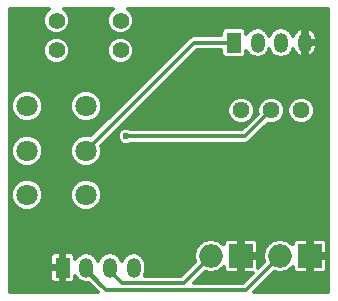
<source format=gbl>
G04 #@! TF.FileFunction,Copper,L2,Bot,Signal*
%FSLAX46Y46*%
G04 Gerber Fmt 4.6, Leading zero omitted, Abs format (unit mm)*
G04 Created by KiCad (PCBNEW 4.0.4-1.fc24-product) date Thu Mar  1 09:37:53 2018*
%MOMM*%
%LPD*%
G01*
G04 APERTURE LIST*
%ADD10C,0.100000*%
%ADD11C,1.400000*%
%ADD12R,1.200000X1.700000*%
%ADD13O,1.200000X1.700000*%
%ADD14C,1.800000*%
%ADD15C,1.440000*%
%ADD16O,1.998980X1.998980*%
%ADD17R,1.998980X1.998980*%
%ADD18C,0.600000*%
%ADD19C,0.300000*%
G04 APERTURE END LIST*
D10*
D11*
X137500000Y-80500000D03*
X137500000Y-83000000D03*
X142900000Y-80500000D03*
X142900000Y-83000000D03*
D12*
X138000000Y-101400000D03*
D13*
X140000000Y-101400000D03*
X142000000Y-101400000D03*
X144000000Y-101400000D03*
D14*
X135000000Y-87750000D03*
X135000000Y-91500000D03*
X135000000Y-95250000D03*
X140000000Y-87750000D03*
X140000000Y-91500000D03*
X140000000Y-95250000D03*
D15*
X158200000Y-88100000D03*
X155660000Y-88100000D03*
X153120000Y-88100000D03*
D16*
X150560000Y-100400000D03*
D17*
X153100000Y-100400000D03*
D16*
X156400000Y-100400000D03*
D17*
X158940000Y-100400000D03*
D12*
X152500000Y-82350000D03*
D13*
X154500000Y-82350000D03*
X156500000Y-82350000D03*
X158500000Y-82350000D03*
D18*
X136000000Y-80800000D03*
X146580338Y-86080338D03*
X142963596Y-91736404D03*
X152000000Y-96100000D03*
X143400000Y-90300000D03*
D19*
X158940000Y-100560000D02*
X158940000Y-100400000D01*
X153100000Y-100500000D02*
X153100000Y-100400000D01*
X141050010Y-102700010D02*
X140000000Y-101400000D01*
X153499979Y-103300021D02*
X155400511Y-101399489D01*
X140000000Y-101400000D02*
X140000000Y-101650000D01*
X140000000Y-101650000D02*
X141050010Y-102700010D01*
X140000000Y-101650000D02*
X141650021Y-103300021D01*
X141650021Y-103300021D02*
X153499979Y-103300021D01*
X155400511Y-101399489D02*
X156400000Y-100400000D01*
X140000000Y-100900000D02*
X140000000Y-101150000D01*
X142000000Y-101400000D02*
X142000000Y-101650000D01*
X142000000Y-101650000D02*
X143050010Y-102700010D01*
X143050010Y-102700010D02*
X148259990Y-102700010D01*
X148259990Y-102700010D02*
X149560511Y-101399489D01*
X149560511Y-101399489D02*
X150560000Y-100400000D01*
X142000000Y-101400000D02*
X142265062Y-101400000D01*
X142000000Y-100900000D02*
X142000000Y-101150000D01*
X143824264Y-90300000D02*
X143400000Y-90300000D01*
X153460000Y-90300000D02*
X143824264Y-90300000D01*
X155660000Y-88100000D02*
X153460000Y-90300000D01*
X140000000Y-91500000D02*
X149150000Y-82350000D01*
X149150000Y-82350000D02*
X152500000Y-82350000D01*
X140000000Y-91500000D02*
X140100000Y-91500000D01*
G36*
X136525646Y-79847727D02*
X136350200Y-80270247D01*
X136349801Y-80727746D01*
X136524509Y-81150572D01*
X136847727Y-81474354D01*
X137270247Y-81649800D01*
X137727746Y-81650199D01*
X138150572Y-81475491D01*
X138474354Y-81152273D01*
X138649800Y-80729753D01*
X138650199Y-80272254D01*
X138475491Y-79849428D01*
X138152273Y-79525646D01*
X138150717Y-79525000D01*
X142248936Y-79525000D01*
X141925646Y-79847727D01*
X141750200Y-80270247D01*
X141749801Y-80727746D01*
X141924509Y-81150572D01*
X142247727Y-81474354D01*
X142670247Y-81649800D01*
X143127746Y-81650199D01*
X143550572Y-81475491D01*
X143874354Y-81152273D01*
X144049800Y-80729753D01*
X144050199Y-80272254D01*
X143875491Y-79849428D01*
X143552273Y-79525646D01*
X143550717Y-79525000D01*
X160475000Y-79525000D01*
X160475000Y-103475000D01*
X154173528Y-103475000D01*
X155894033Y-101754495D01*
X156371603Y-101849490D01*
X156428397Y-101849490D01*
X156983093Y-101739154D01*
X157453341Y-101424944D01*
X157490510Y-101369317D01*
X157490510Y-101489000D01*
X157559018Y-101654394D01*
X157685605Y-101780981D01*
X157850999Y-101849490D01*
X158677500Y-101849490D01*
X158790000Y-101736990D01*
X158790000Y-100550000D01*
X159090000Y-100550000D01*
X159090000Y-101736990D01*
X159202500Y-101849490D01*
X160029001Y-101849490D01*
X160194395Y-101780981D01*
X160320982Y-101654394D01*
X160389490Y-101489000D01*
X160389490Y-100662500D01*
X160276990Y-100550000D01*
X159090000Y-100550000D01*
X158790000Y-100550000D01*
X158770000Y-100550000D01*
X158770000Y-100250000D01*
X158790000Y-100250000D01*
X158790000Y-99063010D01*
X159090000Y-99063010D01*
X159090000Y-100250000D01*
X160276990Y-100250000D01*
X160389490Y-100137500D01*
X160389490Y-99311000D01*
X160320982Y-99145606D01*
X160194395Y-99019019D01*
X160029001Y-98950510D01*
X159202500Y-98950510D01*
X159090000Y-99063010D01*
X158790000Y-99063010D01*
X158677500Y-98950510D01*
X157850999Y-98950510D01*
X157685605Y-99019019D01*
X157559018Y-99145606D01*
X157490510Y-99311000D01*
X157490510Y-99430683D01*
X157453341Y-99375056D01*
X156983093Y-99060846D01*
X156428397Y-98950510D01*
X156371603Y-98950510D01*
X155816907Y-99060846D01*
X155346659Y-99375056D01*
X155032449Y-99845304D01*
X154922113Y-100400000D01*
X155026530Y-100924942D01*
X154549490Y-101401982D01*
X154549490Y-100662500D01*
X154436990Y-100550000D01*
X153250000Y-100550000D01*
X153250000Y-101736990D01*
X153362500Y-101849490D01*
X154101982Y-101849490D01*
X153251451Y-102700021D01*
X149108507Y-102700021D01*
X150054033Y-101754495D01*
X150531603Y-101849490D01*
X150588397Y-101849490D01*
X151143093Y-101739154D01*
X151613341Y-101424944D01*
X151650510Y-101369317D01*
X151650510Y-101489000D01*
X151719018Y-101654394D01*
X151845605Y-101780981D01*
X152010999Y-101849490D01*
X152837500Y-101849490D01*
X152950000Y-101736990D01*
X152950000Y-100550000D01*
X152930000Y-100550000D01*
X152930000Y-100250000D01*
X152950000Y-100250000D01*
X152950000Y-99063010D01*
X153250000Y-99063010D01*
X153250000Y-100250000D01*
X154436990Y-100250000D01*
X154549490Y-100137500D01*
X154549490Y-99311000D01*
X154480982Y-99145606D01*
X154354395Y-99019019D01*
X154189001Y-98950510D01*
X153362500Y-98950510D01*
X153250000Y-99063010D01*
X152950000Y-99063010D01*
X152837500Y-98950510D01*
X152010999Y-98950510D01*
X151845605Y-99019019D01*
X151719018Y-99145606D01*
X151650510Y-99311000D01*
X151650510Y-99430683D01*
X151613341Y-99375056D01*
X151143093Y-99060846D01*
X150588397Y-98950510D01*
X150531603Y-98950510D01*
X149976907Y-99060846D01*
X149506659Y-99375056D01*
X149192449Y-99845304D01*
X149082113Y-100400000D01*
X149186530Y-100924942D01*
X148011462Y-102100010D01*
X144954891Y-102100010D01*
X144970074Y-102077287D01*
X145050000Y-101675469D01*
X145050000Y-101124531D01*
X144970074Y-100722713D01*
X144742462Y-100382069D01*
X144401818Y-100154457D01*
X144000000Y-100074531D01*
X143598182Y-100154457D01*
X143257538Y-100382069D01*
X143029926Y-100722713D01*
X143000000Y-100873162D01*
X142970074Y-100722713D01*
X142742462Y-100382069D01*
X142401818Y-100154457D01*
X142000000Y-100074531D01*
X141598182Y-100154457D01*
X141257538Y-100382069D01*
X141029926Y-100722713D01*
X141000000Y-100873162D01*
X140970074Y-100722713D01*
X140742462Y-100382069D01*
X140401818Y-100154457D01*
X140000000Y-100074531D01*
X139598182Y-100154457D01*
X139257538Y-100382069D01*
X139050000Y-100692670D01*
X139050000Y-100460490D01*
X138981492Y-100295096D01*
X138854905Y-100168509D01*
X138689511Y-100100000D01*
X138262500Y-100100000D01*
X138150000Y-100212500D01*
X138150000Y-101250000D01*
X138170000Y-101250000D01*
X138170000Y-101550000D01*
X138150000Y-101550000D01*
X138150000Y-102587500D01*
X138262500Y-102700000D01*
X138689511Y-102700000D01*
X138854905Y-102631491D01*
X138981492Y-102504904D01*
X139050000Y-102339510D01*
X139050000Y-102107330D01*
X139257538Y-102417931D01*
X139598182Y-102645543D01*
X140000000Y-102725469D01*
X140189289Y-102687817D01*
X140976472Y-103475000D01*
X133525000Y-103475000D01*
X133525000Y-101662500D01*
X136950000Y-101662500D01*
X136950000Y-102339510D01*
X137018508Y-102504904D01*
X137145095Y-102631491D01*
X137310489Y-102700000D01*
X137737500Y-102700000D01*
X137850000Y-102587500D01*
X137850000Y-101550000D01*
X137062500Y-101550000D01*
X136950000Y-101662500D01*
X133525000Y-101662500D01*
X133525000Y-100460490D01*
X136950000Y-100460490D01*
X136950000Y-101137500D01*
X137062500Y-101250000D01*
X137850000Y-101250000D01*
X137850000Y-100212500D01*
X137737500Y-100100000D01*
X137310489Y-100100000D01*
X137145095Y-100168509D01*
X137018508Y-100295096D01*
X136950000Y-100460490D01*
X133525000Y-100460490D01*
X133525000Y-95517353D01*
X133649766Y-95517353D01*
X133854858Y-96013715D01*
X134234288Y-96393807D01*
X134730290Y-96599765D01*
X135267353Y-96600234D01*
X135763715Y-96395142D01*
X136143807Y-96015712D01*
X136349765Y-95519710D01*
X136349767Y-95517353D01*
X138649766Y-95517353D01*
X138854858Y-96013715D01*
X139234288Y-96393807D01*
X139730290Y-96599765D01*
X140267353Y-96600234D01*
X140763715Y-96395142D01*
X141143807Y-96015712D01*
X141349765Y-95519710D01*
X141350234Y-94982647D01*
X141145142Y-94486285D01*
X140765712Y-94106193D01*
X140269710Y-93900235D01*
X139732647Y-93899766D01*
X139236285Y-94104858D01*
X138856193Y-94484288D01*
X138650235Y-94980290D01*
X138649766Y-95517353D01*
X136349767Y-95517353D01*
X136350234Y-94982647D01*
X136145142Y-94486285D01*
X135765712Y-94106193D01*
X135269710Y-93900235D01*
X134732647Y-93899766D01*
X134236285Y-94104858D01*
X133856193Y-94484288D01*
X133650235Y-94980290D01*
X133649766Y-95517353D01*
X133525000Y-95517353D01*
X133525000Y-91767353D01*
X133649766Y-91767353D01*
X133854858Y-92263715D01*
X134234288Y-92643807D01*
X134730290Y-92849765D01*
X135267353Y-92850234D01*
X135763715Y-92645142D01*
X136143807Y-92265712D01*
X136349765Y-91769710D01*
X136349767Y-91767353D01*
X138649766Y-91767353D01*
X138854858Y-92263715D01*
X139234288Y-92643807D01*
X139730290Y-92849765D01*
X140267353Y-92850234D01*
X140763715Y-92645142D01*
X141143807Y-92265712D01*
X141349765Y-91769710D01*
X141350234Y-91232647D01*
X141281714Y-91066814D01*
X141899998Y-90448530D01*
X142649870Y-90448530D01*
X142763811Y-90724286D01*
X142974605Y-90935448D01*
X143250161Y-91049869D01*
X143548530Y-91050130D01*
X143824286Y-90936189D01*
X143860538Y-90900000D01*
X153460000Y-90900000D01*
X153689610Y-90854328D01*
X153884264Y-90724264D01*
X155364410Y-89244118D01*
X155426252Y-89269797D01*
X155891706Y-89270203D01*
X156321886Y-89092456D01*
X156651300Y-88763617D01*
X156829797Y-88333748D01*
X156829798Y-88331706D01*
X157029797Y-88331706D01*
X157207544Y-88761886D01*
X157536383Y-89091300D01*
X157966252Y-89269797D01*
X158431706Y-89270203D01*
X158861886Y-89092456D01*
X159191300Y-88763617D01*
X159369797Y-88333748D01*
X159370203Y-87868294D01*
X159192456Y-87438114D01*
X158863617Y-87108700D01*
X158433748Y-86930203D01*
X157968294Y-86929797D01*
X157538114Y-87107544D01*
X157208700Y-87436383D01*
X157030203Y-87866252D01*
X157029797Y-88331706D01*
X156829798Y-88331706D01*
X156830203Y-87868294D01*
X156652456Y-87438114D01*
X156323617Y-87108700D01*
X155893748Y-86930203D01*
X155428294Y-86929797D01*
X154998114Y-87107544D01*
X154668700Y-87436383D01*
X154490203Y-87866252D01*
X154489797Y-88331706D01*
X154516102Y-88395370D01*
X153211472Y-89700000D01*
X143860781Y-89700000D01*
X143825395Y-89664552D01*
X143549839Y-89550131D01*
X143251470Y-89549870D01*
X142975714Y-89663811D01*
X142764552Y-89874605D01*
X142650131Y-90150161D01*
X142649870Y-90448530D01*
X141899998Y-90448530D01*
X144016822Y-88331706D01*
X151949797Y-88331706D01*
X152127544Y-88761886D01*
X152456383Y-89091300D01*
X152886252Y-89269797D01*
X153351706Y-89270203D01*
X153781886Y-89092456D01*
X154111300Y-88763617D01*
X154289797Y-88333748D01*
X154290203Y-87868294D01*
X154112456Y-87438114D01*
X153783617Y-87108700D01*
X153353748Y-86930203D01*
X152888294Y-86929797D01*
X152458114Y-87107544D01*
X152128700Y-87436383D01*
X151950203Y-87866252D01*
X151949797Y-88331706D01*
X144016822Y-88331706D01*
X149398528Y-82950000D01*
X151441184Y-82950000D01*
X151441184Y-83200000D01*
X151472562Y-83366760D01*
X151571117Y-83519919D01*
X151721495Y-83622668D01*
X151900000Y-83658816D01*
X153100000Y-83658816D01*
X153266760Y-83627438D01*
X153419919Y-83528883D01*
X153522668Y-83378505D01*
X153558816Y-83200000D01*
X153558816Y-83070524D01*
X153757538Y-83367931D01*
X154098182Y-83595543D01*
X154500000Y-83675469D01*
X154901818Y-83595543D01*
X155242462Y-83367931D01*
X155470074Y-83027287D01*
X155500000Y-82876838D01*
X155529926Y-83027287D01*
X155757538Y-83367931D01*
X156098182Y-83595543D01*
X156500000Y-83675469D01*
X156901818Y-83595543D01*
X157242462Y-83367931D01*
X157470074Y-83027287D01*
X157498281Y-82885478D01*
X157546417Y-83067073D01*
X157797745Y-83396440D01*
X158189275Y-83602970D01*
X158350000Y-83525422D01*
X158350000Y-82500000D01*
X158650000Y-82500000D01*
X158650000Y-83525422D01*
X158810725Y-83602970D01*
X159202255Y-83396440D01*
X159453583Y-83067073D01*
X159559737Y-82666599D01*
X159444608Y-82500000D01*
X158650000Y-82500000D01*
X158350000Y-82500000D01*
X158330000Y-82500000D01*
X158330000Y-82200000D01*
X158350000Y-82200000D01*
X158350000Y-81174578D01*
X158650000Y-81174578D01*
X158650000Y-82200000D01*
X159444608Y-82200000D01*
X159559737Y-82033401D01*
X159453583Y-81632927D01*
X159202255Y-81303560D01*
X158810725Y-81097030D01*
X158650000Y-81174578D01*
X158350000Y-81174578D01*
X158189275Y-81097030D01*
X157797745Y-81303560D01*
X157546417Y-81632927D01*
X157498281Y-81814522D01*
X157470074Y-81672713D01*
X157242462Y-81332069D01*
X156901818Y-81104457D01*
X156500000Y-81024531D01*
X156098182Y-81104457D01*
X155757538Y-81332069D01*
X155529926Y-81672713D01*
X155500000Y-81823162D01*
X155470074Y-81672713D01*
X155242462Y-81332069D01*
X154901818Y-81104457D01*
X154500000Y-81024531D01*
X154098182Y-81104457D01*
X153757538Y-81332069D01*
X153558816Y-81629476D01*
X153558816Y-81500000D01*
X153527438Y-81333240D01*
X153428883Y-81180081D01*
X153278505Y-81077332D01*
X153100000Y-81041184D01*
X151900000Y-81041184D01*
X151733240Y-81072562D01*
X151580081Y-81171117D01*
X151477332Y-81321495D01*
X151441184Y-81500000D01*
X151441184Y-81750000D01*
X149150000Y-81750000D01*
X148920390Y-81795672D01*
X148725736Y-81925736D01*
X140433306Y-90218166D01*
X140269710Y-90150235D01*
X139732647Y-90149766D01*
X139236285Y-90354858D01*
X138856193Y-90734288D01*
X138650235Y-91230290D01*
X138649766Y-91767353D01*
X136349767Y-91767353D01*
X136350234Y-91232647D01*
X136145142Y-90736285D01*
X135765712Y-90356193D01*
X135269710Y-90150235D01*
X134732647Y-90149766D01*
X134236285Y-90354858D01*
X133856193Y-90734288D01*
X133650235Y-91230290D01*
X133649766Y-91767353D01*
X133525000Y-91767353D01*
X133525000Y-88017353D01*
X133649766Y-88017353D01*
X133854858Y-88513715D01*
X134234288Y-88893807D01*
X134730290Y-89099765D01*
X135267353Y-89100234D01*
X135763715Y-88895142D01*
X136143807Y-88515712D01*
X136349765Y-88019710D01*
X136349767Y-88017353D01*
X138649766Y-88017353D01*
X138854858Y-88513715D01*
X139234288Y-88893807D01*
X139730290Y-89099765D01*
X140267353Y-89100234D01*
X140763715Y-88895142D01*
X141143807Y-88515712D01*
X141349765Y-88019710D01*
X141350234Y-87482647D01*
X141145142Y-86986285D01*
X140765712Y-86606193D01*
X140269710Y-86400235D01*
X139732647Y-86399766D01*
X139236285Y-86604858D01*
X138856193Y-86984288D01*
X138650235Y-87480290D01*
X138649766Y-88017353D01*
X136349767Y-88017353D01*
X136350234Y-87482647D01*
X136145142Y-86986285D01*
X135765712Y-86606193D01*
X135269710Y-86400235D01*
X134732647Y-86399766D01*
X134236285Y-86604858D01*
X133856193Y-86984288D01*
X133650235Y-87480290D01*
X133649766Y-88017353D01*
X133525000Y-88017353D01*
X133525000Y-83227746D01*
X136349801Y-83227746D01*
X136524509Y-83650572D01*
X136847727Y-83974354D01*
X137270247Y-84149800D01*
X137727746Y-84150199D01*
X138150572Y-83975491D01*
X138474354Y-83652273D01*
X138649800Y-83229753D01*
X138649801Y-83227746D01*
X141749801Y-83227746D01*
X141924509Y-83650572D01*
X142247727Y-83974354D01*
X142670247Y-84149800D01*
X143127746Y-84150199D01*
X143550572Y-83975491D01*
X143874354Y-83652273D01*
X144049800Y-83229753D01*
X144050199Y-82772254D01*
X143875491Y-82349428D01*
X143552273Y-82025646D01*
X143129753Y-81850200D01*
X142672254Y-81849801D01*
X142249428Y-82024509D01*
X141925646Y-82347727D01*
X141750200Y-82770247D01*
X141749801Y-83227746D01*
X138649801Y-83227746D01*
X138650199Y-82772254D01*
X138475491Y-82349428D01*
X138152273Y-82025646D01*
X137729753Y-81850200D01*
X137272254Y-81849801D01*
X136849428Y-82024509D01*
X136525646Y-82347727D01*
X136350200Y-82770247D01*
X136349801Y-83227746D01*
X133525000Y-83227746D01*
X133525000Y-79525000D01*
X136848936Y-79525000D01*
X136525646Y-79847727D01*
X136525646Y-79847727D01*
G37*
X136525646Y-79847727D02*
X136350200Y-80270247D01*
X136349801Y-80727746D01*
X136524509Y-81150572D01*
X136847727Y-81474354D01*
X137270247Y-81649800D01*
X137727746Y-81650199D01*
X138150572Y-81475491D01*
X138474354Y-81152273D01*
X138649800Y-80729753D01*
X138650199Y-80272254D01*
X138475491Y-79849428D01*
X138152273Y-79525646D01*
X138150717Y-79525000D01*
X142248936Y-79525000D01*
X141925646Y-79847727D01*
X141750200Y-80270247D01*
X141749801Y-80727746D01*
X141924509Y-81150572D01*
X142247727Y-81474354D01*
X142670247Y-81649800D01*
X143127746Y-81650199D01*
X143550572Y-81475491D01*
X143874354Y-81152273D01*
X144049800Y-80729753D01*
X144050199Y-80272254D01*
X143875491Y-79849428D01*
X143552273Y-79525646D01*
X143550717Y-79525000D01*
X160475000Y-79525000D01*
X160475000Y-103475000D01*
X154173528Y-103475000D01*
X155894033Y-101754495D01*
X156371603Y-101849490D01*
X156428397Y-101849490D01*
X156983093Y-101739154D01*
X157453341Y-101424944D01*
X157490510Y-101369317D01*
X157490510Y-101489000D01*
X157559018Y-101654394D01*
X157685605Y-101780981D01*
X157850999Y-101849490D01*
X158677500Y-101849490D01*
X158790000Y-101736990D01*
X158790000Y-100550000D01*
X159090000Y-100550000D01*
X159090000Y-101736990D01*
X159202500Y-101849490D01*
X160029001Y-101849490D01*
X160194395Y-101780981D01*
X160320982Y-101654394D01*
X160389490Y-101489000D01*
X160389490Y-100662500D01*
X160276990Y-100550000D01*
X159090000Y-100550000D01*
X158790000Y-100550000D01*
X158770000Y-100550000D01*
X158770000Y-100250000D01*
X158790000Y-100250000D01*
X158790000Y-99063010D01*
X159090000Y-99063010D01*
X159090000Y-100250000D01*
X160276990Y-100250000D01*
X160389490Y-100137500D01*
X160389490Y-99311000D01*
X160320982Y-99145606D01*
X160194395Y-99019019D01*
X160029001Y-98950510D01*
X159202500Y-98950510D01*
X159090000Y-99063010D01*
X158790000Y-99063010D01*
X158677500Y-98950510D01*
X157850999Y-98950510D01*
X157685605Y-99019019D01*
X157559018Y-99145606D01*
X157490510Y-99311000D01*
X157490510Y-99430683D01*
X157453341Y-99375056D01*
X156983093Y-99060846D01*
X156428397Y-98950510D01*
X156371603Y-98950510D01*
X155816907Y-99060846D01*
X155346659Y-99375056D01*
X155032449Y-99845304D01*
X154922113Y-100400000D01*
X155026530Y-100924942D01*
X154549490Y-101401982D01*
X154549490Y-100662500D01*
X154436990Y-100550000D01*
X153250000Y-100550000D01*
X153250000Y-101736990D01*
X153362500Y-101849490D01*
X154101982Y-101849490D01*
X153251451Y-102700021D01*
X149108507Y-102700021D01*
X150054033Y-101754495D01*
X150531603Y-101849490D01*
X150588397Y-101849490D01*
X151143093Y-101739154D01*
X151613341Y-101424944D01*
X151650510Y-101369317D01*
X151650510Y-101489000D01*
X151719018Y-101654394D01*
X151845605Y-101780981D01*
X152010999Y-101849490D01*
X152837500Y-101849490D01*
X152950000Y-101736990D01*
X152950000Y-100550000D01*
X152930000Y-100550000D01*
X152930000Y-100250000D01*
X152950000Y-100250000D01*
X152950000Y-99063010D01*
X153250000Y-99063010D01*
X153250000Y-100250000D01*
X154436990Y-100250000D01*
X154549490Y-100137500D01*
X154549490Y-99311000D01*
X154480982Y-99145606D01*
X154354395Y-99019019D01*
X154189001Y-98950510D01*
X153362500Y-98950510D01*
X153250000Y-99063010D01*
X152950000Y-99063010D01*
X152837500Y-98950510D01*
X152010999Y-98950510D01*
X151845605Y-99019019D01*
X151719018Y-99145606D01*
X151650510Y-99311000D01*
X151650510Y-99430683D01*
X151613341Y-99375056D01*
X151143093Y-99060846D01*
X150588397Y-98950510D01*
X150531603Y-98950510D01*
X149976907Y-99060846D01*
X149506659Y-99375056D01*
X149192449Y-99845304D01*
X149082113Y-100400000D01*
X149186530Y-100924942D01*
X148011462Y-102100010D01*
X144954891Y-102100010D01*
X144970074Y-102077287D01*
X145050000Y-101675469D01*
X145050000Y-101124531D01*
X144970074Y-100722713D01*
X144742462Y-100382069D01*
X144401818Y-100154457D01*
X144000000Y-100074531D01*
X143598182Y-100154457D01*
X143257538Y-100382069D01*
X143029926Y-100722713D01*
X143000000Y-100873162D01*
X142970074Y-100722713D01*
X142742462Y-100382069D01*
X142401818Y-100154457D01*
X142000000Y-100074531D01*
X141598182Y-100154457D01*
X141257538Y-100382069D01*
X141029926Y-100722713D01*
X141000000Y-100873162D01*
X140970074Y-100722713D01*
X140742462Y-100382069D01*
X140401818Y-100154457D01*
X140000000Y-100074531D01*
X139598182Y-100154457D01*
X139257538Y-100382069D01*
X139050000Y-100692670D01*
X139050000Y-100460490D01*
X138981492Y-100295096D01*
X138854905Y-100168509D01*
X138689511Y-100100000D01*
X138262500Y-100100000D01*
X138150000Y-100212500D01*
X138150000Y-101250000D01*
X138170000Y-101250000D01*
X138170000Y-101550000D01*
X138150000Y-101550000D01*
X138150000Y-102587500D01*
X138262500Y-102700000D01*
X138689511Y-102700000D01*
X138854905Y-102631491D01*
X138981492Y-102504904D01*
X139050000Y-102339510D01*
X139050000Y-102107330D01*
X139257538Y-102417931D01*
X139598182Y-102645543D01*
X140000000Y-102725469D01*
X140189289Y-102687817D01*
X140976472Y-103475000D01*
X133525000Y-103475000D01*
X133525000Y-101662500D01*
X136950000Y-101662500D01*
X136950000Y-102339510D01*
X137018508Y-102504904D01*
X137145095Y-102631491D01*
X137310489Y-102700000D01*
X137737500Y-102700000D01*
X137850000Y-102587500D01*
X137850000Y-101550000D01*
X137062500Y-101550000D01*
X136950000Y-101662500D01*
X133525000Y-101662500D01*
X133525000Y-100460490D01*
X136950000Y-100460490D01*
X136950000Y-101137500D01*
X137062500Y-101250000D01*
X137850000Y-101250000D01*
X137850000Y-100212500D01*
X137737500Y-100100000D01*
X137310489Y-100100000D01*
X137145095Y-100168509D01*
X137018508Y-100295096D01*
X136950000Y-100460490D01*
X133525000Y-100460490D01*
X133525000Y-95517353D01*
X133649766Y-95517353D01*
X133854858Y-96013715D01*
X134234288Y-96393807D01*
X134730290Y-96599765D01*
X135267353Y-96600234D01*
X135763715Y-96395142D01*
X136143807Y-96015712D01*
X136349765Y-95519710D01*
X136349767Y-95517353D01*
X138649766Y-95517353D01*
X138854858Y-96013715D01*
X139234288Y-96393807D01*
X139730290Y-96599765D01*
X140267353Y-96600234D01*
X140763715Y-96395142D01*
X141143807Y-96015712D01*
X141349765Y-95519710D01*
X141350234Y-94982647D01*
X141145142Y-94486285D01*
X140765712Y-94106193D01*
X140269710Y-93900235D01*
X139732647Y-93899766D01*
X139236285Y-94104858D01*
X138856193Y-94484288D01*
X138650235Y-94980290D01*
X138649766Y-95517353D01*
X136349767Y-95517353D01*
X136350234Y-94982647D01*
X136145142Y-94486285D01*
X135765712Y-94106193D01*
X135269710Y-93900235D01*
X134732647Y-93899766D01*
X134236285Y-94104858D01*
X133856193Y-94484288D01*
X133650235Y-94980290D01*
X133649766Y-95517353D01*
X133525000Y-95517353D01*
X133525000Y-91767353D01*
X133649766Y-91767353D01*
X133854858Y-92263715D01*
X134234288Y-92643807D01*
X134730290Y-92849765D01*
X135267353Y-92850234D01*
X135763715Y-92645142D01*
X136143807Y-92265712D01*
X136349765Y-91769710D01*
X136349767Y-91767353D01*
X138649766Y-91767353D01*
X138854858Y-92263715D01*
X139234288Y-92643807D01*
X139730290Y-92849765D01*
X140267353Y-92850234D01*
X140763715Y-92645142D01*
X141143807Y-92265712D01*
X141349765Y-91769710D01*
X141350234Y-91232647D01*
X141281714Y-91066814D01*
X141899998Y-90448530D01*
X142649870Y-90448530D01*
X142763811Y-90724286D01*
X142974605Y-90935448D01*
X143250161Y-91049869D01*
X143548530Y-91050130D01*
X143824286Y-90936189D01*
X143860538Y-90900000D01*
X153460000Y-90900000D01*
X153689610Y-90854328D01*
X153884264Y-90724264D01*
X155364410Y-89244118D01*
X155426252Y-89269797D01*
X155891706Y-89270203D01*
X156321886Y-89092456D01*
X156651300Y-88763617D01*
X156829797Y-88333748D01*
X156829798Y-88331706D01*
X157029797Y-88331706D01*
X157207544Y-88761886D01*
X157536383Y-89091300D01*
X157966252Y-89269797D01*
X158431706Y-89270203D01*
X158861886Y-89092456D01*
X159191300Y-88763617D01*
X159369797Y-88333748D01*
X159370203Y-87868294D01*
X159192456Y-87438114D01*
X158863617Y-87108700D01*
X158433748Y-86930203D01*
X157968294Y-86929797D01*
X157538114Y-87107544D01*
X157208700Y-87436383D01*
X157030203Y-87866252D01*
X157029797Y-88331706D01*
X156829798Y-88331706D01*
X156830203Y-87868294D01*
X156652456Y-87438114D01*
X156323617Y-87108700D01*
X155893748Y-86930203D01*
X155428294Y-86929797D01*
X154998114Y-87107544D01*
X154668700Y-87436383D01*
X154490203Y-87866252D01*
X154489797Y-88331706D01*
X154516102Y-88395370D01*
X153211472Y-89700000D01*
X143860781Y-89700000D01*
X143825395Y-89664552D01*
X143549839Y-89550131D01*
X143251470Y-89549870D01*
X142975714Y-89663811D01*
X142764552Y-89874605D01*
X142650131Y-90150161D01*
X142649870Y-90448530D01*
X141899998Y-90448530D01*
X144016822Y-88331706D01*
X151949797Y-88331706D01*
X152127544Y-88761886D01*
X152456383Y-89091300D01*
X152886252Y-89269797D01*
X153351706Y-89270203D01*
X153781886Y-89092456D01*
X154111300Y-88763617D01*
X154289797Y-88333748D01*
X154290203Y-87868294D01*
X154112456Y-87438114D01*
X153783617Y-87108700D01*
X153353748Y-86930203D01*
X152888294Y-86929797D01*
X152458114Y-87107544D01*
X152128700Y-87436383D01*
X151950203Y-87866252D01*
X151949797Y-88331706D01*
X144016822Y-88331706D01*
X149398528Y-82950000D01*
X151441184Y-82950000D01*
X151441184Y-83200000D01*
X151472562Y-83366760D01*
X151571117Y-83519919D01*
X151721495Y-83622668D01*
X151900000Y-83658816D01*
X153100000Y-83658816D01*
X153266760Y-83627438D01*
X153419919Y-83528883D01*
X153522668Y-83378505D01*
X153558816Y-83200000D01*
X153558816Y-83070524D01*
X153757538Y-83367931D01*
X154098182Y-83595543D01*
X154500000Y-83675469D01*
X154901818Y-83595543D01*
X155242462Y-83367931D01*
X155470074Y-83027287D01*
X155500000Y-82876838D01*
X155529926Y-83027287D01*
X155757538Y-83367931D01*
X156098182Y-83595543D01*
X156500000Y-83675469D01*
X156901818Y-83595543D01*
X157242462Y-83367931D01*
X157470074Y-83027287D01*
X157498281Y-82885478D01*
X157546417Y-83067073D01*
X157797745Y-83396440D01*
X158189275Y-83602970D01*
X158350000Y-83525422D01*
X158350000Y-82500000D01*
X158650000Y-82500000D01*
X158650000Y-83525422D01*
X158810725Y-83602970D01*
X159202255Y-83396440D01*
X159453583Y-83067073D01*
X159559737Y-82666599D01*
X159444608Y-82500000D01*
X158650000Y-82500000D01*
X158350000Y-82500000D01*
X158330000Y-82500000D01*
X158330000Y-82200000D01*
X158350000Y-82200000D01*
X158350000Y-81174578D01*
X158650000Y-81174578D01*
X158650000Y-82200000D01*
X159444608Y-82200000D01*
X159559737Y-82033401D01*
X159453583Y-81632927D01*
X159202255Y-81303560D01*
X158810725Y-81097030D01*
X158650000Y-81174578D01*
X158350000Y-81174578D01*
X158189275Y-81097030D01*
X157797745Y-81303560D01*
X157546417Y-81632927D01*
X157498281Y-81814522D01*
X157470074Y-81672713D01*
X157242462Y-81332069D01*
X156901818Y-81104457D01*
X156500000Y-81024531D01*
X156098182Y-81104457D01*
X155757538Y-81332069D01*
X155529926Y-81672713D01*
X155500000Y-81823162D01*
X155470074Y-81672713D01*
X155242462Y-81332069D01*
X154901818Y-81104457D01*
X154500000Y-81024531D01*
X154098182Y-81104457D01*
X153757538Y-81332069D01*
X153558816Y-81629476D01*
X153558816Y-81500000D01*
X153527438Y-81333240D01*
X153428883Y-81180081D01*
X153278505Y-81077332D01*
X153100000Y-81041184D01*
X151900000Y-81041184D01*
X151733240Y-81072562D01*
X151580081Y-81171117D01*
X151477332Y-81321495D01*
X151441184Y-81500000D01*
X151441184Y-81750000D01*
X149150000Y-81750000D01*
X148920390Y-81795672D01*
X148725736Y-81925736D01*
X140433306Y-90218166D01*
X140269710Y-90150235D01*
X139732647Y-90149766D01*
X139236285Y-90354858D01*
X138856193Y-90734288D01*
X138650235Y-91230290D01*
X138649766Y-91767353D01*
X136349767Y-91767353D01*
X136350234Y-91232647D01*
X136145142Y-90736285D01*
X135765712Y-90356193D01*
X135269710Y-90150235D01*
X134732647Y-90149766D01*
X134236285Y-90354858D01*
X133856193Y-90734288D01*
X133650235Y-91230290D01*
X133649766Y-91767353D01*
X133525000Y-91767353D01*
X133525000Y-88017353D01*
X133649766Y-88017353D01*
X133854858Y-88513715D01*
X134234288Y-88893807D01*
X134730290Y-89099765D01*
X135267353Y-89100234D01*
X135763715Y-88895142D01*
X136143807Y-88515712D01*
X136349765Y-88019710D01*
X136349767Y-88017353D01*
X138649766Y-88017353D01*
X138854858Y-88513715D01*
X139234288Y-88893807D01*
X139730290Y-89099765D01*
X140267353Y-89100234D01*
X140763715Y-88895142D01*
X141143807Y-88515712D01*
X141349765Y-88019710D01*
X141350234Y-87482647D01*
X141145142Y-86986285D01*
X140765712Y-86606193D01*
X140269710Y-86400235D01*
X139732647Y-86399766D01*
X139236285Y-86604858D01*
X138856193Y-86984288D01*
X138650235Y-87480290D01*
X138649766Y-88017353D01*
X136349767Y-88017353D01*
X136350234Y-87482647D01*
X136145142Y-86986285D01*
X135765712Y-86606193D01*
X135269710Y-86400235D01*
X134732647Y-86399766D01*
X134236285Y-86604858D01*
X133856193Y-86984288D01*
X133650235Y-87480290D01*
X133649766Y-88017353D01*
X133525000Y-88017353D01*
X133525000Y-83227746D01*
X136349801Y-83227746D01*
X136524509Y-83650572D01*
X136847727Y-83974354D01*
X137270247Y-84149800D01*
X137727746Y-84150199D01*
X138150572Y-83975491D01*
X138474354Y-83652273D01*
X138649800Y-83229753D01*
X138649801Y-83227746D01*
X141749801Y-83227746D01*
X141924509Y-83650572D01*
X142247727Y-83974354D01*
X142670247Y-84149800D01*
X143127746Y-84150199D01*
X143550572Y-83975491D01*
X143874354Y-83652273D01*
X144049800Y-83229753D01*
X144050199Y-82772254D01*
X143875491Y-82349428D01*
X143552273Y-82025646D01*
X143129753Y-81850200D01*
X142672254Y-81849801D01*
X142249428Y-82024509D01*
X141925646Y-82347727D01*
X141750200Y-82770247D01*
X141749801Y-83227746D01*
X138649801Y-83227746D01*
X138650199Y-82772254D01*
X138475491Y-82349428D01*
X138152273Y-82025646D01*
X137729753Y-81850200D01*
X137272254Y-81849801D01*
X136849428Y-82024509D01*
X136525646Y-82347727D01*
X136350200Y-82770247D01*
X136349801Y-83227746D01*
X133525000Y-83227746D01*
X133525000Y-79525000D01*
X136848936Y-79525000D01*
X136525646Y-79847727D01*
M02*

</source>
